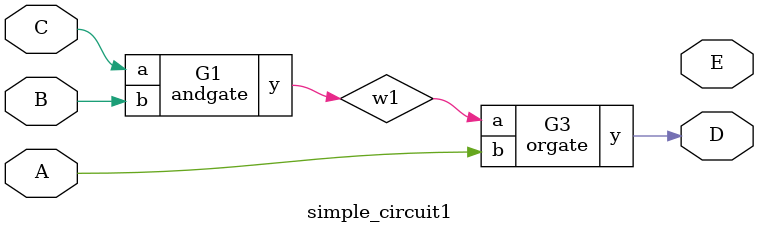
<source format=v>
module andgate (y, a, b);  
input a, b;
output y;
assign y = a & b;
endmodule

module orgate (y, a, b);  
input a, b;
output y;
assign y = a | b;
endmodule

module notgate (y, a);  
input a;
output y;
assign y = !a;
endmodule

module simple_circuit1 (A, B, C, D, E);
output D, E;  
input A, B, C;  
wire w1;
andgate G1 (w1, C, B); 
orgate G3 (D, w1, A); 
endmodule

</source>
